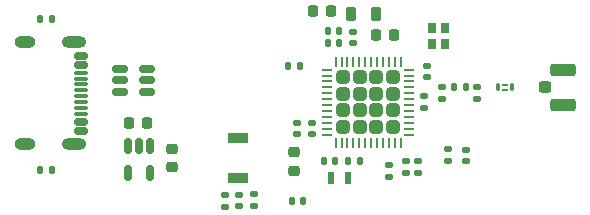
<source format=gbr>
%TF.GenerationSoftware,KiCad,Pcbnew,8.0.2*%
%TF.CreationDate,2024-11-05T19:48:56-03:00*%
%TF.ProjectId,BluetoothBoardSTM32,426c7565-746f-46f7-9468-426f61726453,rev?*%
%TF.SameCoordinates,PX2e0e41fPY5a51da2*%
%TF.FileFunction,Paste,Top*%
%TF.FilePolarity,Positive*%
%FSLAX46Y46*%
G04 Gerber Fmt 4.6, Leading zero omitted, Abs format (unit mm)*
G04 Created by KiCad (PCBNEW 8.0.2) date 2024-11-05 19:48:56*
%MOMM*%
%LPD*%
G01*
G04 APERTURE LIST*
G04 Aperture macros list*
%AMRoundRect*
0 Rectangle with rounded corners*
0 $1 Rounding radius*
0 $2 $3 $4 $5 $6 $7 $8 $9 X,Y pos of 4 corners*
0 Add a 4 corners polygon primitive as box body*
4,1,4,$2,$3,$4,$5,$6,$7,$8,$9,$2,$3,0*
0 Add four circle primitives for the rounded corners*
1,1,$1+$1,$2,$3*
1,1,$1+$1,$4,$5*
1,1,$1+$1,$6,$7*
1,1,$1+$1,$8,$9*
0 Add four rect primitives between the rounded corners*
20,1,$1+$1,$2,$3,$4,$5,0*
20,1,$1+$1,$4,$5,$6,$7,0*
20,1,$1+$1,$6,$7,$8,$9,0*
20,1,$1+$1,$8,$9,$2,$3,0*%
G04 Aperture macros list end*
%ADD10RoundRect,0.150000X-0.150000X0.512500X-0.150000X-0.512500X0.150000X-0.512500X0.150000X0.512500X0*%
%ADD11RoundRect,0.140000X-0.170000X0.140000X-0.170000X-0.140000X0.170000X-0.140000X0.170000X0.140000X0*%
%ADD12R,1.700000X0.900000*%
%ADD13RoundRect,0.140000X-0.140000X-0.170000X0.140000X-0.170000X0.140000X0.170000X-0.140000X0.170000X0*%
%ADD14R,0.800000X0.900000*%
%ADD15RoundRect,0.135000X-0.185000X0.135000X-0.185000X-0.135000X0.185000X-0.135000X0.185000X0.135000X0*%
%ADD16RoundRect,0.068750X-0.068750X-0.281250X0.068750X-0.281250X0.068750X0.281250X-0.068750X0.281250X0*%
%ADD17RoundRect,0.061250X-0.163750X-0.061250X0.163750X-0.061250X0.163750X0.061250X-0.163750X0.061250X0*%
%ADD18RoundRect,0.147500X-0.172500X0.147500X-0.172500X-0.147500X0.172500X-0.147500X0.172500X0.147500X0*%
%ADD19RoundRect,0.140000X0.140000X0.170000X-0.140000X0.170000X-0.140000X-0.170000X0.140000X-0.170000X0*%
%ADD20RoundRect,0.135000X-0.135000X-0.185000X0.135000X-0.185000X0.135000X0.185000X-0.135000X0.185000X0*%
%ADD21RoundRect,0.150000X-0.512500X-0.150000X0.512500X-0.150000X0.512500X0.150000X-0.512500X0.150000X0*%
%ADD22RoundRect,0.225000X-0.225000X-0.250000X0.225000X-0.250000X0.225000X0.250000X-0.225000X0.250000X0*%
%ADD23RoundRect,0.225000X-0.250000X0.225000X-0.250000X-0.225000X0.250000X-0.225000X0.250000X0.225000X0*%
%ADD24RoundRect,0.218750X-0.218750X-0.381250X0.218750X-0.381250X0.218750X0.381250X-0.218750X0.381250X0*%
%ADD25RoundRect,0.225000X0.225000X0.250000X-0.225000X0.250000X-0.225000X-0.250000X0.225000X-0.250000X0*%
%ADD26RoundRect,0.147500X0.147500X0.172500X-0.147500X0.172500X-0.147500X-0.172500X0.147500X-0.172500X0*%
%ADD27RoundRect,0.250000X-0.275000X-0.250000X0.275000X-0.250000X0.275000X0.250000X-0.275000X0.250000X0*%
%ADD28RoundRect,0.250000X-0.850000X-0.275000X0.850000X-0.275000X0.850000X0.275000X-0.850000X0.275000X0*%
%ADD29RoundRect,0.250000X0.315000X-0.315000X0.315000X0.315000X-0.315000X0.315000X-0.315000X-0.315000X0*%
%ADD30RoundRect,0.062500X0.062500X-0.375000X0.062500X0.375000X-0.062500X0.375000X-0.062500X-0.375000X0*%
%ADD31RoundRect,0.062500X0.375000X-0.062500X0.375000X0.062500X-0.375000X0.062500X-0.375000X-0.062500X0*%
%ADD32RoundRect,0.150000X-0.425000X0.150000X-0.425000X-0.150000X0.425000X-0.150000X0.425000X0.150000X0*%
%ADD33RoundRect,0.075000X-0.500000X0.075000X-0.500000X-0.075000X0.500000X-0.075000X0.500000X0.075000X0*%
%ADD34O,2.100000X1.000000*%
%ADD35O,1.800000X1.000000*%
%ADD36RoundRect,0.140000X0.170000X-0.140000X0.170000X0.140000X-0.170000X0.140000X-0.170000X-0.140000X0*%
%ADD37R,0.600000X1.100000*%
%ADD38RoundRect,0.225000X0.250000X-0.225000X0.250000X0.225000X-0.250000X0.225000X-0.250000X-0.225000X0*%
G04 APERTURE END LIST*
D10*
%TO.C,U3*%
X13244605Y10982106D03*
X12294605Y10982106D03*
X11344605Y10982106D03*
X11344605Y8707106D03*
X13244605Y8707106D03*
%TD*%
D11*
%TO.C,C4*%
X36457105Y15207106D03*
X36457105Y14247106D03*
%TD*%
D12*
%TO.C,SW1*%
X20707105Y11707106D03*
X20707105Y8307106D03*
%TD*%
D13*
%TO.C,C10*%
X30027105Y9707106D03*
X30987105Y9707106D03*
%TD*%
D14*
%TO.C,X1*%
X37107105Y21007106D03*
X37107105Y19607106D03*
X38207105Y19607106D03*
X38207105Y21007106D03*
%TD*%
D15*
%TO.C,R1*%
X19557105Y6877106D03*
X19557105Y5857106D03*
%TD*%
D16*
%TO.C,FLT1*%
X42707105Y15957106D03*
D17*
X43319605Y15729606D03*
D16*
X43932105Y15957106D03*
D17*
X43319605Y16184606D03*
%TD*%
D11*
%TO.C,C16*%
X36722105Y17767106D03*
X36722105Y16807106D03*
%TD*%
D18*
%TO.C,L3*%
X30457105Y20677106D03*
X30457105Y19707106D03*
%TD*%
D19*
%TO.C,C8*%
X29257105Y20707106D03*
X28297105Y20707106D03*
%TD*%
D20*
%TO.C,R6*%
X3957105Y8957106D03*
X4977105Y8957106D03*
%TD*%
D21*
%TO.C,U2*%
X10732105Y17507106D03*
X10732105Y16557106D03*
X10732105Y15607106D03*
X13007105Y15607106D03*
X13007105Y16557106D03*
X13007105Y17507106D03*
%TD*%
D22*
%TO.C,C9*%
X32357105Y20407106D03*
X33907105Y20407106D03*
%TD*%
D23*
%TO.C,C1*%
X25457105Y10457106D03*
X25457105Y8907106D03*
%TD*%
D15*
%TO.C,R3*%
X38457105Y10727106D03*
X38457105Y9707106D03*
%TD*%
D24*
%TO.C,L2*%
X30282105Y22207106D03*
X32407105Y22207106D03*
%TD*%
D11*
%TO.C,C3*%
X40957105Y15957106D03*
X40957105Y14997106D03*
%TD*%
D25*
%TO.C,C13*%
X28557105Y22457106D03*
X27007105Y22457106D03*
%TD*%
D15*
%TO.C,R4*%
X34957105Y9707106D03*
X34957105Y8687106D03*
%TD*%
D19*
%TO.C,C14*%
X25907105Y17807106D03*
X24947105Y17807106D03*
%TD*%
D25*
%TO.C,C18*%
X13007105Y12957106D03*
X11457105Y12957106D03*
%TD*%
D11*
%TO.C,C12*%
X33507105Y9372106D03*
X33507105Y8412106D03*
%TD*%
D19*
%TO.C,C7*%
X28907105Y9707106D03*
X27947105Y9707106D03*
%TD*%
D26*
%TO.C,L1*%
X39957105Y15957106D03*
X38987105Y15957106D03*
%TD*%
D18*
%TO.C,D1*%
X39957105Y10677106D03*
X39957105Y9707106D03*
%TD*%
D27*
%TO.C,J1*%
X46707105Y15957106D03*
D28*
X48232105Y17432106D03*
X48232105Y14482106D03*
%TD*%
D20*
%TO.C,R7*%
X3957105Y21707106D03*
X4977105Y21707106D03*
%TD*%
D29*
%TO.C,U1*%
X29607105Y12607106D03*
X31007105Y12607106D03*
X32407105Y12607106D03*
X33807105Y12607106D03*
X29607105Y14007106D03*
X31007105Y14007106D03*
X32407105Y14007106D03*
X33807105Y14007106D03*
X29607105Y15407106D03*
X31007105Y15407106D03*
X32407105Y15407106D03*
X33807105Y15407106D03*
X29607105Y16807106D03*
X31007105Y16807106D03*
X32407105Y16807106D03*
X33807105Y16807106D03*
D30*
X28957105Y11269606D03*
X29457105Y11269606D03*
X29957105Y11269606D03*
X30457105Y11269606D03*
X30957105Y11269606D03*
X31457105Y11269606D03*
X31957105Y11269606D03*
X32457105Y11269606D03*
X32957105Y11269606D03*
X33457105Y11269606D03*
X33957105Y11269606D03*
X34457105Y11269606D03*
D31*
X35144605Y11957106D03*
X35144605Y12457106D03*
X35144605Y12957106D03*
X35144605Y13457106D03*
X35144605Y13957106D03*
X35144605Y14457106D03*
X35144605Y14957106D03*
X35144605Y15457106D03*
X35144605Y15957106D03*
X35144605Y16457106D03*
X35144605Y16957106D03*
X35144605Y17457106D03*
D30*
X34457105Y18144606D03*
X33957105Y18144606D03*
X33457105Y18144606D03*
X32957105Y18144606D03*
X32457105Y18144606D03*
X31957105Y18144606D03*
X31457105Y18144606D03*
X30957105Y18144606D03*
X30457105Y18144606D03*
X29957105Y18144606D03*
X29457105Y18144606D03*
X28957105Y18144606D03*
D31*
X28269605Y17457106D03*
X28269605Y16957106D03*
X28269605Y16457106D03*
X28269605Y15957106D03*
X28269605Y15457106D03*
X28269605Y14957106D03*
X28269605Y14457106D03*
X28269605Y13957106D03*
X28269605Y13457106D03*
X28269605Y12957106D03*
X28269605Y12457106D03*
X28269605Y11957106D03*
%TD*%
D32*
%TO.C,J4*%
X7387105Y18657106D03*
X7387105Y17857106D03*
D33*
X7387105Y16707106D03*
X7387105Y15707106D03*
X7387105Y15207106D03*
X7387105Y14207106D03*
D32*
X7387105Y13057106D03*
X7387105Y12257106D03*
X7387105Y12257106D03*
X7387105Y13057106D03*
D33*
X7387105Y13707106D03*
X7387105Y14707106D03*
X7387105Y16207106D03*
X7387105Y17207106D03*
D32*
X7387105Y17857106D03*
X7387105Y18657106D03*
D34*
X6812105Y19777106D03*
D35*
X2632105Y19777106D03*
D34*
X6812105Y11137106D03*
D35*
X2632105Y11137106D03*
%TD*%
D36*
%TO.C,C11*%
X26957105Y11977106D03*
X26957105Y12937106D03*
%TD*%
D37*
%TO.C,X2*%
X28607105Y8307106D03*
X30007105Y8307106D03*
%TD*%
D36*
%TO.C,C6*%
X25707105Y11977106D03*
X25707105Y12937106D03*
%TD*%
D15*
%TO.C,R2*%
X22007105Y6907106D03*
X22007105Y5887106D03*
%TD*%
D19*
%TO.C,C15*%
X29257105Y19707106D03*
X28297105Y19707106D03*
%TD*%
D15*
%TO.C,R5*%
X35957105Y9717106D03*
X35957105Y8697106D03*
%TD*%
D11*
%TO.C,C2*%
X20807105Y6867106D03*
X20807105Y5907106D03*
%TD*%
D13*
%TO.C,C17*%
X25227105Y6307106D03*
X26187105Y6307106D03*
%TD*%
D38*
%TO.C,C19*%
X15107105Y9207106D03*
X15107105Y10757106D03*
%TD*%
D11*
%TO.C,C5*%
X37957105Y15957106D03*
X37957105Y14997106D03*
%TD*%
M02*

</source>
